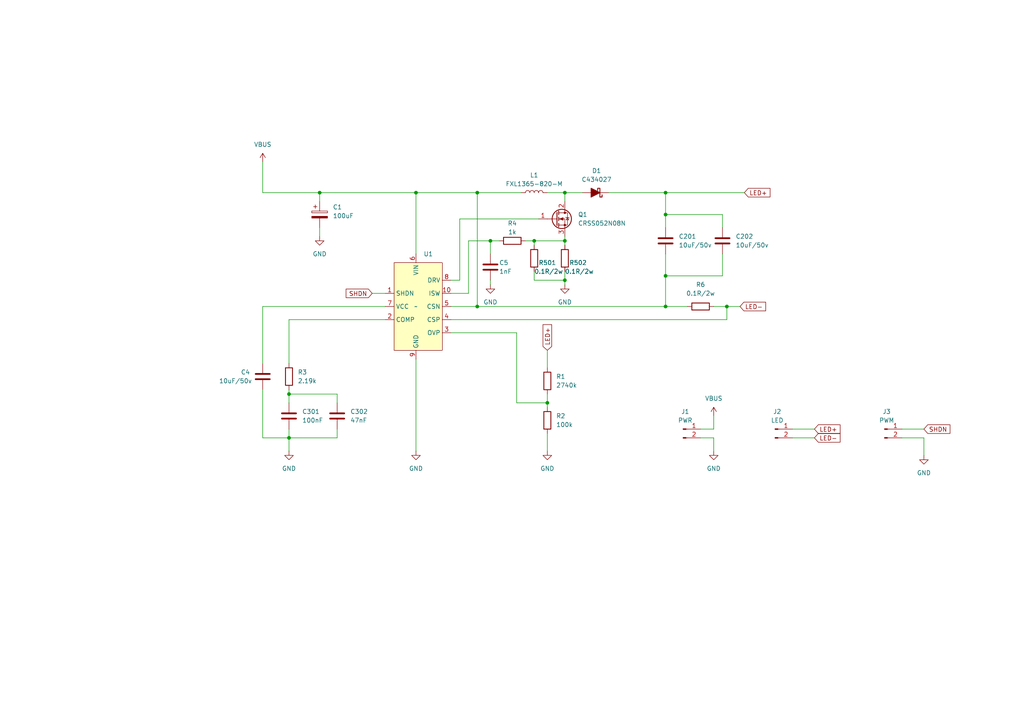
<source format=kicad_sch>
(kicad_sch (version 20230121) (generator eeschema)
  (paper "A4")
  (lib_symbols
    (symbol "Connector:Conn_01x02_Pin" (pin_names (offset 1.016) hide)
      (property "Reference" "J" (at 0 2.54 0))
      (property "Value" "Conn_01x02_Pin" (at 0 -5.08 0))
      (symbol "Conn_01x02_Pin_1_1"
        (polyline (pts (xy 1.27 -2.54) (xy 0.8636 -2.54)) (stroke (width 0.1524)))
        (polyline (pts (xy 1.27 0) (xy 0.8636 0)) (stroke (width 0.1524)))
        (rectangle (start 0.8636 -2.413) (end 0 -2.667) (stroke (width 0.1524)) (fill (type outline)))
        (rectangle (start 0.8636 0.127) (end 0 -0.127) (stroke (width 0.1524)) (fill (type outline)))
        (pin passive line (at 5.08 0 180) (length 3.81) (name "Pin_1") (number "1"))
        (pin passive line (at 5.08 -2.54 180) (length 3.81) (name "Pin_2") (number "2"))
      )
    )
    (symbol "Device:C" (pin_numbers hide) (pin_names (offset 0.254))
      (property "Reference" "C" (at 0.635 2.54 0))
      (property "Value" "C" (at 0.635 -2.54 0))
      (symbol "C_0_1"
        (polyline (pts (xy -2.032 -0.762) (xy 2.032 -0.762)) (stroke (width 0.508)))
        (polyline (pts (xy -2.032 0.762) (xy 2.032 0.762)) (stroke (width 0.508)))
      )
      (symbol "C_1_1"
        (pin passive line (at 0 3.81 270) (length 2.794) (name "~") (number "1"))
        (pin passive line (at 0 -3.81 90) (length 2.794) (name "~") (number "2"))
      )
    )
    (symbol "Device:C_Polarized" (pin_numbers hide) (pin_names (offset 0.254))
      (property "Reference" "C" (at 0.635 2.54 0))
      (property "Value" "C_Polarized" (at 0.635 -2.54 0))
      (symbol "C_Polarized_0_1"
        (rectangle (start -2.286 0.508) (end 2.286 1.016))
        (polyline (pts (xy -1.778 2.286) (xy -0.762 2.286)))
        (polyline (pts (xy -1.27 2.794) (xy -1.27 1.778)))
        (rectangle (start 2.286 -0.508) (end -2.286 -1.016) (fill (type outline)))
      )
      (symbol "C_Polarized_1_1"
        (pin passive line (at 0 3.81 270) (length 2.794) (name "~") (number "1"))
        (pin passive line (at 0 -3.81 90) (length 2.794) (name "~") (number "2"))
      )
    )
    (symbol "Device:D_Schottky_Filled" (pin_numbers hide) (pin_names (offset 1.016) hide)
      (property "Reference" "D" (at 0 2.54 0))
      (property "Value" "D_Schottky_Filled" (at 0 -2.54 0))
      (symbol "D_Schottky_Filled_0_1"
        (polyline (pts (xy 1.27 0) (xy -1.27 0)))
        (polyline (pts (xy 1.27 1.27) (xy 1.27 -1.27) (xy -1.27 0) (xy 1.27 1.27)) (stroke (width 0.254)) (fill (type outline)))
        (polyline (pts (xy -1.905 0.635) (xy -1.905 1.27) (xy -1.27 1.27) (xy -1.27 -1.27) (xy -0.635 -1.27) (xy -0.635 -0.635)) (stroke (width 0.254)))
      )
      (symbol "D_Schottky_Filled_1_1"
        (pin passive line (at -3.81 0 0) (length 2.54) (name "K") (number "1"))
        (pin passive line (at 3.81 0 180) (length 2.54) (name "A") (number "2"))
      )
    )
    (symbol "Device:L" (pin_numbers hide) (pin_names (offset 1.016) hide)
      (property "Reference" "L" (at -1.27 0 90))
      (property "Value" "L" (at 1.905 0 90))
      (symbol "L_0_1"
        (arc (start 0 -2.54) (mid 0.6323 -1.905) (end 0 -1.27))
        (arc (start 0 -1.27) (mid 0.6323 -0.635) (end 0 0))
        (arc (start 0 0) (mid 0.6323 0.635) (end 0 1.27))
        (arc (start 0 1.27) (mid 0.6323 1.905) (end 0 2.54))
      )
      (symbol "L_1_1"
        (pin passive line (at 0 3.81 270) (length 1.27) (name "1") (number "1"))
        (pin passive line (at 0 -3.81 90) (length 1.27) (name "2") (number "2"))
      )
    )
    (symbol "Device:Q_NMOS_GDS" (pin_names (offset 0) hide)
      (property "Reference" "Q" (at 5.08 1.27 0))
      (property "Value" "Q_NMOS_GDS" (at 5.08 -1.27 0))
      (symbol "Q_NMOS_GDS_0_1"
        (polyline (pts (xy 0.254 0) (xy -2.54 0)))
        (polyline (pts (xy 0.254 1.905) (xy 0.254 -1.905)) (stroke (width 0.254)))
        (polyline (pts (xy 0.762 -1.27) (xy 0.762 -2.286)) (stroke (width 0.254)))
        (polyline (pts (xy 0.762 0.508) (xy 0.762 -0.508)) (stroke (width 0.254)))
        (polyline (pts (xy 0.762 2.286) (xy 0.762 1.27)) (stroke (width 0.254)))
        (polyline (pts (xy 2.54 2.54) (xy 2.54 1.778)))
        (polyline (pts (xy 2.54 -2.54) (xy 2.54 0) (xy 0.762 0)))
        (polyline (pts (xy 0.762 -1.778) (xy 3.302 -1.778) (xy 3.302 1.778) (xy 0.762 1.778)))
        (polyline (pts (xy 1.016 0) (xy 2.032 0.381) (xy 2.032 -0.381) (xy 1.016 0)) (fill (type outline)))
        (polyline (pts (xy 2.794 0.508) (xy 2.921 0.381) (xy 3.683 0.381) (xy 3.81 0.254)))
        (polyline (pts (xy 3.302 0.381) (xy 2.921 -0.254) (xy 3.683 -0.254) (xy 3.302 0.381)))
        (circle (center 1.651 0) (radius 2.794) (stroke (width 0.254)))
        (circle (center 2.54 -1.778) (radius 0.254) (fill (type outline)))
        (circle (center 2.54 1.778) (radius 0.254) (fill (type outline)))
      )
      (symbol "Q_NMOS_GDS_1_1"
        (pin input line (at -5.08 0 0) (length 2.54) (name "G") (number "1"))
        (pin passive line (at 2.54 5.08 270) (length 2.54) (name "D") (number "2"))
        (pin passive line (at 2.54 -5.08 90) (length 2.54) (name "S") (number "3"))
      )
    )
    (symbol "Device:R" (pin_numbers hide) (pin_names (offset 0))
      (property "Reference" "R" (at 2.032 0 90))
      (property "Value" "R" (at 0 0 90))
      (symbol "R_0_1"
        (rectangle (start -1.016 -2.54) (end 1.016 2.54) (stroke (width 0.254)))
      )
      (symbol "R_1_1"
        (pin passive line (at 0 3.81 270) (length 1.27) (name "~") (number "1"))
        (pin passive line (at 0 -3.81 90) (length 1.27) (name "~") (number "2"))
      )
    )
    (symbol "JackcoLib:CN5816"
      (property "Reference" "U" (at 0 22.86 0))
      (symbol "CN5816_1_1"
        (rectangle (start -6.35 12.7) (end 7.62 -12.7) (fill (type background)))
        (pin input line (at -8.89 3.81 0) (length 2.54) (name "SHDN") (number "1"))
        (pin input line (at 10.16 3.81 180) (length 2.54) (name "ISW") (number "10"))
        (pin input line (at -8.89 -3.81 0) (length 2.54) (name "COMP") (number "2"))
        (pin input line (at 10.16 -7.62 180) (length 2.54) (name "OVP") (number "3"))
        (pin input line (at 10.16 -3.81 180) (length 2.54) (name "CSP") (number "4"))
        (pin input line (at 10.16 0 180) (length 2.54) (name "CSN") (number "5"))
        (pin input line (at 0 15.24 270) (length 2.54) (name "VIN") (number "6"))
        (pin input line (at -8.89 0 0) (length 2.54) (name "VCC") (number "7"))
        (pin bidirectional line (at 10.16 7.62 180) (length 2.54) (name "DRV") (number "8"))
        (pin bidirectional line (at 0 -15.24 90) (length 2.54) (name "GND") (number "9"))
      )
    )
    (symbol "power:GND" (power) (pin_names (offset 0))
      (property "Value" "GND" (at 0 -3.81 0))
      (symbol "GND_0_1"
        (polyline (pts (xy 0 0) (xy 0 -1.27) (xy 1.27 -1.27) (xy 0 -2.54) (xy -1.27 -1.27) (xy 0 -1.27)))
      )
      (symbol "GND_1_1"
        (pin power_in line (at 0 0 270) (length 0) hide (name "GND") (number "1"))
      )
    )
    (symbol "power:VBUS" (power) (pin_names (offset 0))
      (property "Value" "VBUS" (at 0 3.81 0))
      (symbol "VBUS_0_1"
        (polyline (pts (xy -0.762 1.27) (xy 0 2.54)))
        (polyline (pts (xy 0 0) (xy 0 2.54)))
        (polyline (pts (xy 0 2.54) (xy 0.762 1.27)))
      )
      (symbol "VBUS_1_1"
        (pin power_in line (at 0 0 90) (length 0) hide (name "VBUS") (number "1"))
      )
    )
  )
  (junction (at 193.04 62.23))
  (junction (at 193.04 55.88))
  (junction (at 154.94 69.85))
  (junction (at 142.24 69.85))
  (junction (at 163.83 81.28))
  (junction (at 210.82 88.9))
  (junction (at 138.43 88.9))
  (junction (at 193.04 80.01))
  (junction (at 163.83 55.88))
  (junction (at 83.82 127))
  (junction (at 138.43 55.88))
  (junction (at 163.83 69.85))
  (junction (at 193.04 88.9))
  (junction (at 92.71 55.88))
  (junction (at 83.82 114.3))
  (junction (at 120.65 55.88))
  (junction (at 158.75 116.84))
  (wire (pts (xy 92.71 55.88) (xy 92.71 58.42)))
  (wire (pts (xy 163.83 69.85) (xy 163.83 71.12)))
  (wire (pts (xy 261.62 124.46) (xy 267.97 124.46)))
  (wire (pts (xy 229.87 127) (xy 236.22 127)))
  (wire (pts (xy 83.82 124.46) (xy 83.82 127)))
  (wire (pts (xy 163.83 68.58) (xy 163.83 69.85)))
  (wire (pts (xy 210.82 92.71) (xy 210.82 88.9)))
  (wire (pts (xy 83.82 92.71) (xy 111.76 92.71)))
  (wire (pts (xy 158.75 116.84) (xy 158.75 118.11)))
  (wire (pts (xy 152.4 69.85) (xy 154.94 69.85)))
  (wire (pts (xy 76.2 88.9) (xy 111.76 88.9)))
  (wire (pts (xy 138.43 88.9) (xy 193.04 88.9)))
  (wire (pts (xy 203.2 127) (xy 207.01 127)))
  (wire (pts (xy 130.81 92.71) (xy 210.82 92.71)))
  (wire (pts (xy 133.35 63.5) (xy 156.21 63.5)))
  (wire (pts (xy 76.2 55.88) (xy 92.71 55.88)))
  (wire (pts (xy 138.43 55.88) (xy 138.43 88.9)))
  (wire (pts (xy 83.82 114.3) (xy 83.82 116.84)))
  (wire (pts (xy 76.2 88.9) (xy 76.2 105.41)))
  (wire (pts (xy 163.83 55.88) (xy 168.91 55.88)))
  (wire (pts (xy 209.55 80.01) (xy 193.04 80.01)))
  (wire (pts (xy 120.65 55.88) (xy 138.43 55.88)))
  (wire (pts (xy 267.97 127) (xy 267.97 132.08)))
  (wire (pts (xy 158.75 101.6) (xy 158.75 106.68)))
  (wire (pts (xy 207.01 88.9) (xy 210.82 88.9)))
  (wire (pts (xy 92.71 66.04) (xy 92.71 68.58)))
  (wire (pts (xy 130.81 96.52) (xy 149.86 96.52)))
  (wire (pts (xy 163.83 82.55) (xy 163.83 81.28)))
  (wire (pts (xy 261.62 127) (xy 267.97 127)))
  (wire (pts (xy 209.55 62.23) (xy 209.55 66.04)))
  (wire (pts (xy 97.79 127) (xy 83.82 127)))
  (wire (pts (xy 97.79 124.46) (xy 97.79 127)))
  (wire (pts (xy 83.82 114.3) (xy 97.79 114.3)))
  (wire (pts (xy 193.04 62.23) (xy 193.04 66.04)))
  (wire (pts (xy 149.86 96.52) (xy 149.86 116.84)))
  (wire (pts (xy 203.2 124.46) (xy 207.01 124.46)))
  (wire (pts (xy 193.04 80.01) (xy 193.04 73.66)))
  (wire (pts (xy 207.01 124.46) (xy 207.01 120.65)))
  (wire (pts (xy 130.81 88.9) (xy 138.43 88.9)))
  (wire (pts (xy 83.82 127) (xy 83.82 130.81)))
  (wire (pts (xy 154.94 81.28) (xy 163.83 81.28)))
  (wire (pts (xy 138.43 55.88) (xy 151.13 55.88)))
  (wire (pts (xy 163.83 55.88) (xy 163.83 58.42)))
  (wire (pts (xy 142.24 81.28) (xy 142.24 82.55)))
  (wire (pts (xy 76.2 46.99) (xy 76.2 55.88)))
  (wire (pts (xy 154.94 71.12) (xy 154.94 69.85)))
  (wire (pts (xy 144.78 69.85) (xy 142.24 69.85)))
  (wire (pts (xy 158.75 55.88) (xy 163.83 55.88)))
  (wire (pts (xy 76.2 113.03) (xy 76.2 127)))
  (wire (pts (xy 209.55 73.66) (xy 209.55 80.01)))
  (wire (pts (xy 193.04 88.9) (xy 199.39 88.9)))
  (wire (pts (xy 158.75 125.73) (xy 158.75 130.81)))
  (wire (pts (xy 107.95 85.09) (xy 111.76 85.09)))
  (wire (pts (xy 176.53 55.88) (xy 193.04 55.88)))
  (wire (pts (xy 163.83 81.28) (xy 163.83 78.74)))
  (wire (pts (xy 193.04 55.88) (xy 215.9 55.88)))
  (wire (pts (xy 210.82 88.9) (xy 214.63 88.9)))
  (wire (pts (xy 133.35 63.5) (xy 133.35 81.28)))
  (wire (pts (xy 193.04 88.9) (xy 193.04 80.01)))
  (wire (pts (xy 97.79 114.3) (xy 97.79 116.84)))
  (wire (pts (xy 83.82 105.41) (xy 83.82 92.71)))
  (wire (pts (xy 142.24 69.85) (xy 142.24 73.66)))
  (wire (pts (xy 83.82 113.03) (xy 83.82 114.3)))
  (wire (pts (xy 120.65 104.14) (xy 120.65 130.81)))
  (wire (pts (xy 135.89 85.09) (xy 135.89 69.85)))
  (wire (pts (xy 154.94 78.74) (xy 154.94 81.28)))
  (wire (pts (xy 154.94 69.85) (xy 163.83 69.85)))
  (wire (pts (xy 193.04 62.23) (xy 209.55 62.23)))
  (wire (pts (xy 193.04 55.88) (xy 193.04 62.23)))
  (wire (pts (xy 229.87 124.46) (xy 236.22 124.46)))
  (wire (pts (xy 158.75 114.3) (xy 158.75 116.84)))
  (wire (pts (xy 92.71 55.88) (xy 120.65 55.88)))
  (wire (pts (xy 76.2 127) (xy 83.82 127)))
  (wire (pts (xy 149.86 116.84) (xy 158.75 116.84)))
  (wire (pts (xy 130.81 85.09) (xy 135.89 85.09)))
  (wire (pts (xy 120.65 55.88) (xy 120.65 73.66)))
  (wire (pts (xy 207.01 127) (xy 207.01 130.81)))
  (wire (pts (xy 135.89 69.85) (xy 142.24 69.85)))
  (wire (pts (xy 133.35 81.28) (xy 130.81 81.28)))
  (global_label "LED+" (shape input) (at 215.9 55.88 0) (property "Intersheetrefs" "${INTERSHEET_REFS}" (effects hide)))
  (global_label "LED-" (shape input) (at 236.22 127 0) (property "Intersheetrefs" "${INTERSHEET_REFS}" (effects hide)))
  (global_label "LED-" (shape input) (at 214.63 88.9 0) (property "Intersheetrefs" "${INTERSHEET_REFS}" (effects hide)))
  (global_label "SHDN" (shape input) (at 107.95 85.09 180) (property "Intersheetrefs" "${INTERSHEET_REFS}" (effects hide)))
  (global_label "LED+" (shape input) (at 158.75 101.6 90) (property "Intersheetrefs" "${INTERSHEET_REFS}" (effects hide)))
  (global_label "SHDN" (shape input) (at 267.97 124.46 0) (property "Intersheetrefs" "${INTERSHEET_REFS}" (effects hide)))
  (global_label "LED+" (shape input) (at 236.22 124.46 0) (property "Intersheetrefs" "${INTERSHEET_REFS}" (effects hide)))
  (symbol (lib_id "Device:C") (at 193.04 69.85 0) (unit 1)
    (property "Reference" "C201" (at 196.85 68.58 0) (effects (justify left)))
    (property "Value" "10uF/50v" (at 196.85 71.12 0) (effects (justify left)))
    (property "Footprint" "Capacitor_SMD:C_1206_3216Metric_Pad1.33x1.80mm_HandSolder" (effects hide))
  )
  (symbol (lib_id "JackcoLib:CN5816") (at 120.65 88.9 0) (unit 1)
    (property "Reference" "U1" (at 122.8441 73.66 0) (effects (justify left)))
    (property "Value" "~" (at 120.65 88.9 0))
    (property "Footprint" "Package_SO:SSOP-10_3.9x4.9mm_P1.00mm" (effects hide))
    (property "Datasheet" "https://datasheet.lcsc.com/lcsc/2009231405_ShangHai-Consonance-Elec-CN5816_C840504.pdf" (effects hide))
  )
  (symbol (lib_id "power:VBUS") (at 76.2 46.99 0) (unit 1)
    (property "Reference" "#PWR01" (effects hide))
    (property "Value" "VBUS" (at 76.2 41.91 0))
  )
  (symbol (lib_id "power:GND") (at 207.01 130.81 0) (unit 1)
    (property "Reference" "#PWR09" (effects hide))
    (property "Value" "GND" (at 207.01 135.89 0))
  )
  (symbol (lib_id "Device:R") (at 148.59 69.85 90) (unit 1)
    (property "Reference" "R4" (at 148.59 64.77 90))
    (property "Value" "1k" (at 148.59 67.31 90))
    (property "Footprint" "Resistor_SMD:R_0603_1608Metric_Pad0.98x0.95mm_HandSolder" (effects hide))
  )
  (symbol (lib_id "Connector:Conn_01x02_Pin") (at 198.12 124.46 0) (unit 1)
    (property "Reference" "J1" (at 198.755 119.38 0))
    (property "Value" "PWR" (at 198.755 121.92 0))
    (property "Footprint" "Connector_PinHeader_2.54mm:PinHeader_1x02_P2.54mm_Vertical" (effects hide))
  )
  (symbol (lib_id "Device:R") (at 203.2 88.9 90) (unit 1)
    (property "Reference" "R6" (at 203.2 82.55 90))
    (property "Value" "0.1R/2w" (at 203.2 85.09 90))
    (property "Footprint" "Resistor_SMD:R_2512_6332Metric_Pad1.40x3.35mm_HandSolder" (effects hide))
  )
  (symbol (lib_id "Device:R") (at 154.94 74.93 0) (unit 1)
    (property "Reference" "R501" (at 156.21 76.2 0) (effects (justify left)))
    (property "Value" "0.1R/2w" (at 154.94 78.74 0) (effects (justify left)))
    (property "Footprint" "Resistor_SMD:R_2512_6332Metric_Pad1.40x3.35mm_HandSolder" (effects hide))
  )
  (symbol (lib_id "Device:C") (at 209.55 69.85 0) (unit 1)
    (property "Reference" "C202" (at 213.36 68.58 0) (effects (justify left)))
    (property "Value" "10uF/50v" (at 213.36 71.12 0) (effects (justify left)))
    (property "Footprint" "Capacitor_SMD:C_1206_3216Metric_Pad1.33x1.80mm_HandSolder" (effects hide))
  )
  (symbol (lib_id "Device:C_Polarized") (at 92.71 62.23 0) (unit 1)
    (property "Reference" "C1" (at 96.52 60.071 0) (effects (justify left)))
    (property "Value" "100uF" (at 96.52 62.611 0) (effects (justify left)))
    (property "Footprint" "Capacitor_SMD:CP_Elec_8x10" (effects hide))
  )
  (symbol (lib_id "Device:R") (at 83.82 109.22 0) (unit 1)
    (property "Reference" "R3" (at 86.36 107.95 0) (effects (justify left)))
    (property "Value" "2.19k" (at 86.36 110.49 0) (effects (justify left)))
    (property "Footprint" "Resistor_SMD:R_0603_1608Metric_Pad0.98x0.95mm_HandSolder" (effects hide))
  )
  (symbol (lib_id "Device:Q_NMOS_GDS") (at 161.29 63.5 0) (unit 1)
    (property "Reference" "Q1" (at 167.64 62.23 0) (effects (justify left)))
    (property "Value" "CRSS052N08N" (at 167.64 64.77 0) (effects (justify left)))
    (property "Footprint" "Package_TO_SOT_SMD:TO-263-2" (effects hide))
    (property "Datasheet" "https://datasheet.lcsc.com/lcsc/2304140030_CRMICRO-CRSS052N08N_C410924.pdf" (effects hide))
  )
  (symbol (lib_id "power:VBUS") (at 207.01 120.65 0) (unit 1)
    (property "Reference" "#PWR02" (effects hide))
    (property "Value" "VBUS" (at 207.01 115.57 0))
  )
  (symbol (lib_id "Device:C") (at 76.2 109.22 0) (unit 1)
    (property "Reference" "C4" (at 69.85 107.95 0) (effects (justify left)))
    (property "Value" "10uF/50v" (at 63.5 110.49 0) (effects (justify left)))
    (property "Footprint" "Capacitor_SMD:C_0603_1608Metric_Pad1.08x0.95mm_HandSolder" (effects hide))
  )
  (symbol (lib_id "power:GND") (at 267.97 132.08 0) (unit 1)
    (property "Reference" "#PWR010" (effects hide))
    (property "Value" "GND" (at 267.97 137.16 0))
  )
  (symbol (lib_id "power:GND") (at 92.71 68.58 0) (unit 1)
    (property "Reference" "#PWR04" (effects hide))
    (property "Value" "GND" (at 92.71 73.66 0))
  )
  (symbol (lib_id "Device:L") (at 154.94 55.88 90) (unit 1)
    (property "Reference" "L1" (at 154.94 50.8 90))
    (property "Value" "FXL1365-820-M" (at 154.94 53.34 90))
    (property "Footprint" "Inductor_SMD:L_TaiTech_TMPC1265_13.5x12.5mm" (effects hide))
  )
  (symbol (lib_id "Device:D_Schottky_Filled") (at 172.72 55.88 180) (unit 1)
    (property "Reference" "D1" (at 173.0375 49.53 0))
    (property "Value" "C434027" (at 173.0375 52.07 0))
    (property "Footprint" "Diode_SMD:D_SMA" (effects hide))
  )
  (symbol (lib_id "Device:R") (at 158.75 110.49 0) (unit 1)
    (property "Reference" "R1" (at 161.29 109.22 0) (effects (justify left)))
    (property "Value" "2740k" (at 161.29 111.76 0) (effects (justify left)))
    (property "Footprint" "Resistor_SMD:R_0603_1608Metric_Pad0.98x0.95mm_HandSolder" (effects hide))
  )
  (symbol (lib_id "Device:C") (at 97.79 120.65 0) (unit 1)
    (property "Reference" "C302" (at 101.6 119.38 0) (effects (justify left)))
    (property "Value" "47nF" (at 101.6 121.92 0) (effects (justify left)))
    (property "Footprint" "Capacitor_SMD:C_0603_1608Metric_Pad1.08x0.95mm_HandSolder" (effects hide))
  )
  (symbol (lib_id "power:GND") (at 158.75 130.81 0) (unit 1)
    (property "Reference" "#PWR07" (effects hide))
    (property "Value" "GND" (at 158.75 135.89 0))
  )
  (symbol (lib_id "Device:R") (at 158.75 121.92 0) (unit 1)
    (property "Reference" "R2" (at 161.29 120.65 0) (effects (justify left)))
    (property "Value" "100k" (at 161.29 123.19 0) (effects (justify left)))
    (property "Footprint" "Resistor_SMD:R_0603_1608Metric_Pad0.98x0.95mm_HandSolder" (effects hide))
  )
  (symbol (lib_id "Connector:Conn_01x02_Pin") (at 224.79 124.46 0) (unit 1)
    (property "Reference" "J2" (at 225.425 119.38 0))
    (property "Value" "LED" (at 225.425 121.92 0))
    (property "Footprint" "Connector_PinHeader_2.54mm:PinHeader_1x02_P2.54mm_Vertical" (effects hide))
  )
  (symbol (lib_id "Connector:Conn_01x02_Pin") (at 256.54 124.46 0) (unit 1)
    (property "Reference" "J3" (at 257.175 119.38 0))
    (property "Value" "PWM" (at 257.175 121.92 0))
    (property "Footprint" "Connector_PinHeader_2.54mm:PinHeader_1x02_P2.54mm_Vertical" (effects hide))
  )
  (symbol (lib_id "power:GND") (at 163.83 82.55 0) (unit 1)
    (property "Reference" "#PWR08" (effects hide))
    (property "Value" "GND" (at 163.83 87.63 0))
  )
  (symbol (lib_id "Device:R") (at 163.83 74.93 0) (unit 1)
    (property "Reference" "R502" (at 165.1 76.2 0) (effects (justify left)))
    (property "Value" "0.1R/2w" (at 163.83 78.74 0) (effects (justify left)))
    (property "Footprint" "Resistor_SMD:R_2512_6332Metric_Pad1.40x3.35mm_HandSolder" (effects hide))
  )
  (symbol (lib_id "power:GND") (at 120.65 130.81 0) (unit 1)
    (property "Reference" "#PWR05" (effects hide))
    (property "Value" "GND" (at 120.65 135.89 0))
  )
  (symbol (lib_id "Device:C") (at 142.24 77.47 0) (unit 1)
    (property "Reference" "C5" (at 144.78 76.2 0) (effects (justify left)))
    (property "Value" "1nF" (at 144.78 78.74 0) (effects (justify left)))
    (property "Footprint" "Capacitor_SMD:C_0603_1608Metric_Pad1.08x0.95mm_HandSolder" (effects hide))
  )
  (symbol (lib_id "power:GND") (at 83.82 130.81 0) (unit 1)
    (property "Reference" "#PWR03" (effects hide))
    (property "Value" "GND" (at 83.82 135.89 0))
  )
  (symbol (lib_id "power:GND") (at 142.24 82.55 0) (unit 1)
    (property "Reference" "#PWR06" (effects hide))
    (property "Value" "GND" (at 142.24 87.63 0))
  )
  (symbol (lib_id "Device:C") (at 83.82 120.65 0) (unit 1)
    (property "Reference" "C301" (at 87.63 119.38 0) (effects (justify left)))
    (property "Value" "100nF" (at 87.63 121.92 0) (effects (justify left)))
    (property "Footprint" "Capacitor_SMD:C_0603_1608Metric_Pad1.08x0.95mm_HandSolder" (effects hide))
  )
)
</source>
